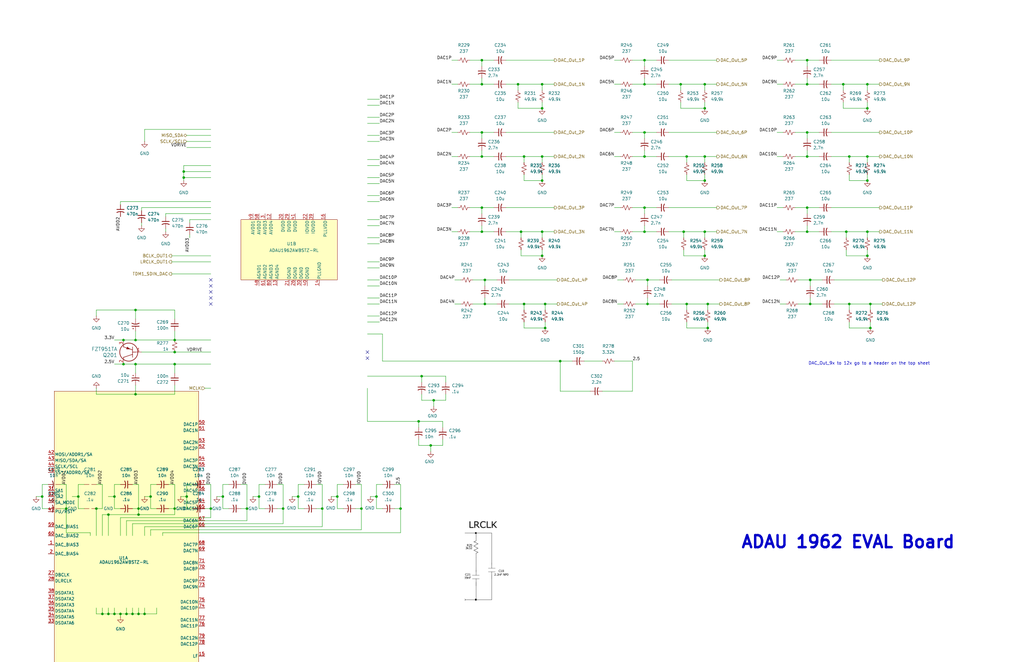
<source format=kicad_sch>
(kicad_sch (version 20250114) (generator "eeschema") (generator_version "9.0")
  (paper "B")
  (title_block (title "Transmit DACs") (date "2026-01-02") (rev "0.0") (company "Andy McCann KA3KAF and Doug McCann KA3KAG"))
  (text "DAC_Out_9x to 12x go to a header on the top sheet" (at 366.522 153.416 0) (effects (font (size 1.27 1.27))))
  (text "ADAU 1962 EVAL Board" (at 357.632 228.854 0) (effects (font (size 5.08 5.08) (thickness 1.016) (bold yes))))
  (junction (at 271.78 97.79))
  (junction (at 287.02 35.56))
  (junction (at 229.87 128.27))
  (junction (at 52.07 153.67))
  (junction (at 168.91 214.63))
  (junction (at 340.36 25.4))
  (junction (at 220.98 128.27))
  (junction (at 45.72 259.08))
  (junction (at 58.42 214.63))
  (junction (at 63.5 209.55))
  (junction (at 273.05 118.11))
  (junction (at 27.94 214.63))
  (junction (at 365.76 35.56))
  (junction (at 52.07 143.51))
  (junction (at 152.4 214.63))
  (junction (at 340.36 97.79))
  (junction (at 229.87 138.43))
  (junction (at 203.2 66.04))
  (junction (at 365.76 66.04))
  (junction (at 73.66 143.51))
  (junction (at 57.15 153.67))
  (junction (at 55.88 259.08))
  (junction (at 181.61 187.96))
  (junction (at 33.02 209.55))
  (junction (at 297.18 45.72))
  (junction (at 228.6 66.04))
  (junction (at 203.2 35.56))
  (junction (at 271.78 55.88))
  (junction (at 203.2 55.88))
  (junction (at 228.6 107.95))
  (junction (at 367.03 138.43))
  (junction (at 204.47 128.27))
  (junction (at 273.05 128.27))
  (junction (at 297.18 35.56))
  (junction (at 365.76 107.95))
  (junction (at 77.47 72.39))
  (junction (at 45.72 217.17))
  (junction (at 355.6 35.56))
  (junction (at 358.14 128.27))
  (junction (at 60.96 259.08))
  (junction (at 182.88 168.91))
  (junction (at 158.75 209.55))
  (junction (at 88.9 214.63))
  (junction (at 365.76 97.79))
  (junction (at 203.2 87.63))
  (junction (at 228.6 76.2))
  (junction (at 220.98 66.04))
  (junction (at 109.22 209.55))
  (junction (at 50.8 259.08))
  (junction (at 358.14 66.04))
  (junction (at 297.18 66.04))
  (junction (at 119.38 214.63))
  (junction (at 228.6 45.72))
  (junction (at 271.78 25.4))
  (junction (at 73.66 148.59))
  (junction (at 356.87 97.79))
  (junction (at 271.78 87.63))
  (junction (at 297.18 97.79))
  (junction (at 93.98 209.55))
  (junction (at 77.47 74.93))
  (junction (at 203.2 97.79))
  (junction (at 289.56 66.04))
  (junction (at 365.76 76.2))
  (junction (at 104.14 214.63))
  (junction (at 289.56 128.27))
  (junction (at 40.64 214.63))
  (junction (at 73.66 153.67))
  (junction (at 58.42 217.17))
  (junction (at 340.36 35.56))
  (junction (at 340.36 66.04))
  (junction (at 297.18 76.2))
  (junction (at 271.78 66.04))
  (junction (at 135.89 214.63))
  (junction (at 298.45 128.27))
  (junction (at 57.15 143.51))
  (junction (at 203.2 25.4))
  (junction (at 341.63 118.11))
  (junction (at 48.26 209.55))
  (junction (at 298.45 138.43))
  (junction (at 142.24 209.55))
  (junction (at 53.34 259.08))
  (junction (at 58.42 259.08))
  (junction (at 17.78 209.55))
  (junction (at 73.66 214.63))
  (junction (at 57.15 166.37))
  (junction (at 204.47 118.11))
  (junction (at 228.6 97.79))
  (junction (at 288.29 97.79))
  (junction (at 48.26 259.08))
  (junction (at 228.6 35.56))
  (junction (at 236.22 152.4))
  (junction (at 125.73 209.55))
  (junction (at 176.53 177.8))
  (junction (at 271.78 35.56))
  (junction (at 367.03 128.27))
  (junction (at 340.36 55.88))
  (junction (at 297.18 107.95))
  (junction (at 78.74 209.55))
  (junction (at 365.76 45.72))
  (junction (at 57.15 130.81))
  (junction (at 341.63 128.27))
  (junction (at 177.8 158.75))
  (junction (at 43.18 259.08))
  (junction (at 218.44 35.56))
  (junction (at 219.71 97.79))
  (junction (at 340.36 87.63))
  (no_connect (at 154.94 148.59))
  (no_connect (at 88.9 120.65))
  (no_connect (at 88.9 118.11))
  (no_connect (at 154.94 151.13))
  (no_connect (at 88.9 128.27))
  (no_connect (at 88.9 125.73))
  (no_connect (at 88.9 123.19))
  (wire (pts (xy 288.29 107.95) (xy 297.18 107.95)))
  (wire (pts (xy 335.28 25.4) (xy 340.36 25.4)))
  (wire (pts (xy 350.52 35.56) (xy 355.6 35.56)))
  (wire (pts (xy 48.26 256.54) (xy 48.26 259.08)))
  (wire (pts (xy 40.64 259.08) (xy 43.18 259.08)))
  (wire (pts (xy 156.21 209.55) (xy 158.75 209.55)))
  (wire (pts (xy 154.94 41.91) (xy 160.02 41.91)))
  (wire (pts (xy 78.74 59.69) (xy 88.9 59.69)))
  (wire (pts (xy 154.94 158.75) (xy 177.8 158.75)))
  (wire (pts (xy 358.14 66.04) (xy 365.76 66.04)))
  (wire (pts (xy 365.76 35.56) (xy 365.76 38.1)))
  (wire (pts (xy 66.04 204.47) (xy 63.5 204.47)))
  (wire (pts (xy 287.02 38.1) (xy 287.02 35.56)))
  (wire (pts (xy 213.36 97.79) (xy 219.71 97.79)))
  (wire (pts (xy 20.32 214.63) (xy 17.78 214.63)))
  (wire (pts (xy 287.02 43.18) (xy 287.02 45.72)))
  (wire (pts (xy 88.9 69.85) (xy 77.47 69.85)))
  (wire (pts (xy 289.56 68.58) (xy 289.56 66.04)))
  (wire (pts (xy 25.4 204.47) (xy 27.94 204.47)))
  (wire (pts (xy 78.74 214.63) (xy 78.74 209.55)))
  (wire (pts (xy 190.5 55.88) (xy 193.04 55.88)))
  (wire (pts (xy 259.08 87.63) (xy 261.62 87.63)))
  (wire (pts (xy 358.14 135.89) (xy 358.14 138.43)))
  (wire (pts (xy 271.78 25.4) (xy 271.78 27.94)))
  (wire (pts (xy 50.8 204.47) (xy 48.26 204.47)))
  (wire (pts (xy 186.69 177.8) (xy 176.53 177.8)))
  (wire (pts (xy 57.15 153.67) (xy 57.15 157.48)))
  (wire (pts (xy 335.28 55.88) (xy 340.36 55.88)))
  (wire (pts (xy 177.8 166.37) (xy 177.8 168.91)))
  (wire (pts (xy 77.47 69.85) (xy 77.47 72.39)))
  (wire (pts (xy 203.2 35.56) (xy 208.28 35.56)))
  (wire (pts (xy 220.98 76.2) (xy 228.6 76.2)))
  (wire (pts (xy 73.66 134.62) (xy 73.66 130.81)))
  (wire (pts (xy 35.56 214.63) (xy 33.02 214.63)))
  (wire (pts (xy 123.19 209.55) (xy 125.73 209.55)))
  (wire (pts (xy 336.55 118.11) (xy 341.63 118.11)))
  (wire (pts (xy 139.7 209.55) (xy 142.24 209.55)))
  (wire (pts (xy 271.78 87.63) (xy 276.86 87.63)))
  (wire (pts (xy 266.7 97.79) (xy 271.78 97.79)))
  (wire (pts (xy 281.94 97.79) (xy 288.29 97.79)))
  (wire (pts (xy 40.64 166.37) (xy 57.15 166.37)))
  (wire (pts (xy 40.64 133.35) (xy 40.64 130.81)))
  (wire (pts (xy 228.6 97.79) (xy 233.68 97.79)))
  (wire (pts (xy 219.71 107.95) (xy 228.6 107.95)))
  (wire (pts (xy 60.96 54.61) (xy 60.96 59.69)))
  (wire (pts (xy 154.94 74.93) (xy 160.02 74.93)))
  (wire (pts (xy 53.34 259.08) (xy 55.88 259.08)))
  (wire (pts (xy 154.94 57.15) (xy 160.02 57.15)))
  (wire (pts (xy 58.42 256.54) (xy 58.42 259.08)))
  (wire (pts (xy 198.12 25.4) (xy 203.2 25.4)))
  (wire (pts (xy 341.63 118.11) (xy 346.71 118.11)))
  (wire (pts (xy 260.35 118.11) (xy 262.89 118.11)))
  (wire (pts (xy 25.4 214.63) (xy 27.94 214.63)))
  (wire (pts (xy 17.78 214.63) (xy 17.78 209.55)))
  (wire (pts (xy 96.52 214.63) (xy 93.98 214.63)))
  (wire (pts (xy 88.9 74.93) (xy 77.47 74.93)))
  (wire (pts (xy 190.5 25.4) (xy 193.04 25.4)))
  (wire (pts (xy 63.5 223.52) (xy 63.5 226.06)))
  (wire (pts (xy 228.6 35.56) (xy 228.6 38.1)))
  (wire (pts (xy 166.37 214.63) (xy 168.91 214.63)))
  (wire (pts (xy 161.29 204.47) (xy 158.75 204.47)))
  (wire (pts (xy 203.2 25.4) (xy 203.2 27.94)))
  (wire (pts (xy 281.94 66.04) (xy 289.56 66.04)))
  (wire (pts (xy 73.66 153.67) (xy 88.9 153.67)))
  (wire (pts (xy 186.69 187.96) (xy 181.61 187.96)))
  (wire (pts (xy 45.72 256.54) (xy 45.72 259.08)))
  (wire (pts (xy 266.7 152.4) (xy 259.08 152.4)))
  (wire (pts (xy 76.2 209.55) (xy 78.74 209.55)))
  (wire (pts (xy 355.6 43.18) (xy 355.6 45.72)))
  (wire (pts (xy 135.89 222.25) (xy 135.89 214.63)))
  (wire (pts (xy 48.26 153.67) (xy 52.07 153.67)))
  (wire (pts (xy 52.07 153.67) (xy 57.15 153.67)))
  (wire (pts (xy 45.72 209.55) (xy 48.26 209.55)))
  (wire (pts (xy 356.87 105.41) (xy 356.87 107.95)))
  (wire (pts (xy 214.63 118.11) (xy 234.95 118.11)))
  (wire (pts (xy 289.56 66.04) (xy 297.18 66.04)))
  (wire (pts (xy 77.47 74.93) (xy 77.47 76.2)))
  (wire (pts (xy 297.18 73.66) (xy 297.18 76.2)))
  (wire (pts (xy 271.78 66.04) (xy 276.86 66.04)))
  (wire (pts (xy 191.77 128.27) (xy 194.31 128.27)))
  (wire (pts (xy 66.04 214.63) (xy 63.5 214.63)))
  (wire (pts (xy 199.39 118.11) (xy 204.47 118.11)))
  (wire (pts (xy 59.69 148.59) (xy 73.66 148.59)))
  (wire (pts (xy 198.12 66.04) (xy 203.2 66.04)))
  (wire (pts (xy 109.22 204.47) (xy 109.22 209.55)))
  (wire (pts (xy 78.74 62.23) (xy 88.9 62.23)))
  (wire (pts (xy 298.45 128.27) (xy 303.53 128.27)))
  (wire (pts (xy 158.75 209.55) (xy 158.75 204.47)))
  (wire (pts (xy 203.2 97.79) (xy 208.28 97.79)))
  (wire (pts (xy 154.94 59.69) (xy 160.02 59.69)))
  (wire (pts (xy 71.12 204.47) (xy 73.66 204.47)))
  (wire (pts (xy 203.2 25.4) (xy 208.28 25.4)))
  (wire (pts (xy 328.93 118.11) (xy 331.47 118.11)))
  (wire (pts (xy 341.63 128.27) (xy 346.71 128.27)))
  (wire (pts (xy 53.34 219.71) (xy 104.14 219.71)))
  (wire (pts (xy 88.9 85.09) (xy 50.8 85.09)))
  (wire (pts (xy 154.94 69.85) (xy 160.02 69.85)))
  (wire (pts (xy 71.12 214.63) (xy 73.66 214.63)))
  (wire (pts (xy 40.64 256.54) (xy 40.64 259.08)))
  (wire (pts (xy 96.52 204.47) (xy 93.98 204.47)))
  (wire (pts (xy 365.76 97.79) (xy 370.84 97.79)))
  (wire (pts (xy 43.18 204.47) (xy 43.18 214.63)))
  (wire (pts (xy 73.66 148.59) (xy 88.9 148.59)))
  (wire (pts (xy 203.2 87.63) (xy 203.2 90.17)))
  (wire (pts (xy 154.94 85.09) (xy 160.02 85.09)))
  (wire (pts (xy 204.47 118.11) (xy 204.47 120.65)))
  (wire (pts (xy 27.94 224.79) (xy 27.94 214.63)))
  (wire (pts (xy 40.64 130.81) (xy 57.15 130.81)))
  (wire (pts (xy 72.39 107.95) (xy 88.9 107.95)))
  (wire (pts (xy 55.88 259.08) (xy 58.42 259.08)))
  (wire (pts (xy 228.6 73.66) (xy 228.6 76.2)))
  (wire (pts (xy 133.35 214.63) (xy 135.89 214.63)))
  (wire (pts (xy 199.39 128.27) (xy 204.47 128.27)))
  (wire (pts (xy 73.66 130.81) (xy 57.15 130.81)))
  (wire (pts (xy 327.66 35.56) (xy 330.2 35.56)))
  (wire (pts (xy 35.56 204.47) (xy 33.02 204.47)))
  (wire (pts (xy 50.8 85.09) (xy 50.8 86.36)))
  (wire (pts (xy 161.29 152.4) (xy 236.22 152.4)))
  (wire (pts (xy 60.96 209.55) (xy 63.5 209.55)))
  (wire (pts (xy 186.69 185.42) (xy 186.69 187.96)))
  (wire (pts (xy 248.92 165.1) (xy 236.22 165.1)))
  (wire (pts (xy 340.36 87.63) (xy 340.36 90.17)))
  (wire (pts (xy 158.75 214.63) (xy 158.75 209.55)))
  (wire (pts (xy 365.76 105.41) (xy 365.76 107.95)))
  (wire (pts (xy 181.61 190.5) (xy 181.61 187.96)))
  (wire (pts (xy 20.32 204.47) (xy 17.78 204.47)))
  (wire (pts (xy 203.2 97.79) (xy 203.2 95.25)))
  (wire (pts (xy 88.9 214.63) (xy 88.9 218.44)))
  (wire (pts (xy 142.24 209.55) (xy 142.24 204.47)))
  (wire (pts (xy 287.02 45.72) (xy 297.18 45.72)))
  (wire (pts (xy 161.29 214.63) (xy 158.75 214.63)))
  (wire (pts (xy 68.58 224.79) (xy 168.91 224.79)))
  (wire (pts (xy 50.8 226.06) (xy 50.8 218.44)))
  (wire (pts (xy 219.71 100.33) (xy 219.71 97.79)))
  (wire (pts (xy 17.78 209.55) (xy 17.78 204.47)))
  (wire (pts (xy 220.98 66.04) (xy 228.6 66.04)))
  (wire (pts (xy 58.42 217.17) (xy 58.42 214.63)))
  (wire (pts (xy 40.64 204.47) (xy 43.18 204.47)))
  (wire (pts (xy 154.94 140.97) (xy 161.29 140.97)))
  (wire (pts (xy 161.29 140.97) (xy 161.29 152.4)))
  (wire (pts (xy 60.96 256.54) (xy 60.96 259.08)))
  (wire (pts (xy 187.96 158.75) (xy 177.8 158.75)))
  (wire (pts (xy 45.72 259.08) (xy 48.26 259.08)))
  (wire (pts (xy 267.97 128.27) (xy 273.05 128.27)))
  (wire (pts (xy 116.84 214.63) (xy 119.38 214.63)))
  (wire (pts (xy 91.44 209.55) (xy 93.98 209.55)))
  (wire (pts (xy 350.52 55.88) (xy 370.84 55.88)))
  (wire (pts (xy 281.94 25.4) (xy 302.26 25.4)))
  (wire (pts (xy 154.94 128.27) (xy 160.02 128.27)))
  (wire (pts (xy 88.9 54.61) (xy 60.96 54.61)))
  (wire (pts (xy 327.66 25.4) (xy 330.2 25.4)))
  (wire (pts (xy 111.76 204.47) (xy 109.22 204.47)))
  (wire (pts (xy 198.12 55.88) (xy 203.2 55.88)))
  (wire (pts (xy 104.14 214.63) (xy 104.14 219.71)))
  (wire (pts (xy 72.39 115.57) (xy 88.9 115.57)))
  (wire (pts (xy 273.05 118.11) (xy 273.05 120.65)))
  (wire (pts (xy 271.78 25.4) (xy 276.86 25.4)))
  (wire (pts (xy 101.6 204.47) (xy 104.14 204.47)))
  (wire (pts (xy 58.42 204.47) (xy 58.42 214.63)))
  (wire (pts (xy 350.52 25.4) (xy 370.84 25.4)))
  (wire (pts (xy 288.29 100.33) (xy 288.29 97.79)))
  (wire (pts (xy 228.6 66.04) (xy 233.68 66.04)))
  (wire (pts (xy 266.7 25.4) (xy 271.78 25.4)))
  (wire (pts (xy 204.47 128.27) (xy 209.55 128.27)))
  (wire (pts (xy 154.94 77.47) (xy 160.02 77.47)))
  (wire (pts (xy 88.9 92.71) (xy 80.01 92.71)))
  (wire (pts (xy 63.5 209.55) (xy 63.5 204.47)))
  (wire (pts (xy 168.91 224.79) (xy 168.91 214.63)))
  (wire (pts (xy 154.94 135.89) (xy 160.02 135.89)))
  (wire (pts (xy 154.94 177.8) (xy 176.53 177.8)))
  (wire (pts (xy 154.94 113.03) (xy 160.02 113.03)))
  (wire (pts (xy 358.14 128.27) (xy 367.03 128.27)))
  (wire (pts (xy 154.94 82.55) (xy 160.02 82.55)))
  (wire (pts (xy 289.56 73.66) (xy 289.56 76.2)))
  (wire (pts (xy 254 152.4) (xy 246.38 152.4)))
  (wire (pts (xy 86.36 204.47) (xy 88.9 204.47)))
  (wire (pts (xy 335.28 35.56) (xy 340.36 35.56)))
  (wire (pts (xy 341.63 128.27) (xy 341.63 125.73)))
  (wire (pts (xy 271.78 97.79) (xy 271.78 95.25)))
  (wire (pts (xy 58.42 259.08) (xy 60.96 259.08)))
  (wire (pts (xy 190.5 87.63) (xy 193.04 87.63)))
  (wire (pts (xy 55.88 220.98) (xy 119.38 220.98)))
  (wire (pts (xy 53.34 256.54) (xy 53.34 259.08)))
  (wire (pts (xy 55.88 214.63) (xy 58.42 214.63)))
  (wire (pts (xy 154.94 49.53) (xy 160.02 49.53)))
  (wire (pts (xy 340.36 97.79) (xy 340.36 95.25)))
  (wire (pts (xy 340.36 66.04) (xy 345.44 66.04)))
  (wire (pts (xy 168.91 214.63) (xy 168.91 204.47)))
  (wire (pts (xy 355.6 45.72) (xy 365.76 45.72)))
  (wire (pts (xy 289.56 130.81) (xy 289.56 128.27)))
  (wire (pts (xy 48.26 209.55) (xy 48.26 204.47)))
  (wire (pts (xy 154.94 95.25) (xy 160.02 95.25)))
  (wire (pts (xy 358.14 68.58) (xy 358.14 66.04)))
  (wire (pts (xy 350.52 97.79) (xy 356.87 97.79)))
  (wire (pts (xy 340.36 97.79) (xy 345.44 97.79)))
  (wire (pts (xy 288.29 97.79) (xy 297.18 97.79)))
  (wire (pts (xy 81.28 204.47) (xy 78.74 204.47)))
  (wire (pts (xy 135.89 214.63) (xy 135.89 204.47)))
  (wire (pts (xy 281.94 55.88) (xy 302.26 55.88)))
  (wire (pts (xy 182.88 171.45) (xy 182.88 168.91)))
  (wire (pts (xy 43.18 259.08) (xy 45.72 259.08)))
  (wire (pts (xy 220.98 128.27) (xy 229.87 128.27)))
  (wire (pts (xy 289.56 138.43) (xy 298.45 138.43)))
  (wire (pts (xy 176.53 180.34) (xy 176.53 177.8)))
  (wire (pts (xy 283.21 128.27) (xy 289.56 128.27)))
  (wire (pts (xy 204.47 118.11) (xy 209.55 118.11)))
  (wire (pts (xy 33.02 214.63) (xy 33.02 209.55)))
  (wire (pts (xy 298.45 135.89) (xy 298.45 138.43)))
  (wire (pts (xy 287.02 35.56) (xy 297.18 35.56)))
  (wire (pts (xy 203.2 55.88) (xy 208.28 55.88)))
  (wire (pts (xy 340.36 55.88) (xy 340.36 58.42)))
  (wire (pts (xy 228.6 66.04) (xy 228.6 68.58)))
  (wire (pts (xy 88.9 214.63) (xy 88.9 204.47)))
  (wire (pts (xy 335.28 97.79) (xy 340.36 97.79)))
  (wire (pts (xy 15.24 209.55) (xy 17.78 209.55)))
  (wire (pts (xy 55.88 204.47) (xy 58.42 204.47)))
  (wire (pts (xy 228.6 35.56) (xy 233.68 35.56)))
  (wire (pts (xy 43.18 256.54) (xy 43.18 259.08)))
  (wire (pts (xy 27.94 204.47) (xy 27.94 214.63)))
  (wire (pts (xy 187.96 166.37) (xy 187.96 168.91)))
  (wire (pts (xy 365.76 35.56) (xy 370.84 35.56)))
  (wire (pts (xy 356.87 100.33) (xy 356.87 97.79)))
  (wire (pts (xy 328.93 128.27) (xy 331.47 128.27)))
  (wire (pts (xy 219.71 97.79) (xy 228.6 97.79)))
  (wire (pts (xy 273.05 128.27) (xy 273.05 125.73)))
  (wire (pts (xy 229.87 128.27) (xy 234.95 128.27)))
  (wire (pts (xy 73.66 143.51) (xy 88.9 143.51)))
  (wire (pts (xy 289.56 135.89) (xy 289.56 138.43)))
  (wire (pts (xy 335.28 87.63) (xy 340.36 87.63)))
  (wire (pts (xy 228.6 97.79) (xy 228.6 100.33)))
  (wire (pts (xy 177.8 161.29) (xy 177.8 158.75)))
  (wire (pts (xy 203.2 35.56) (xy 203.2 33.02)))
  (wire (pts (xy 187.96 168.91) (xy 182.88 168.91)))
  (wire (pts (xy 48.26 259.08) (xy 50.8 259.08)))
  (wire (pts (xy 152.4 214.63) (xy 152.4 204.47)))
  (wire (pts (xy 273.05 118.11) (xy 278.13 118.11)))
  (wire (pts (xy 69.85 90.17) (xy 69.85 91.44)))
  (wire (pts (xy 254 165.1) (xy 266.7 165.1)))
  (wire (pts (xy 191.77 118.11) (xy 194.31 118.11)))
  (wire (pts (xy 266.7 55.88) (xy 271.78 55.88)))
  (wire (pts (xy 365.76 66.04) (xy 365.76 68.58)))
  (wire (pts (xy 154.94 118.11) (xy 160.02 118.11)))
  (wire (pts (xy 271.78 35.56) (xy 276.86 35.56)))
  (wire (pts (xy 50.8 214.63) (xy 48.26 214.63)))
  (wire (pts (xy 259.08 66.04) (xy 261.62 66.04)))
  (wire (pts (xy 154.94 102.87) (xy 160.02 102.87)))
  (wire (pts (xy 154.94 100.33) (xy 160.02 100.33)))
  (wire (pts (xy 69.85 96.52) (xy 69.85 97.79)))
  (wire (pts (xy 289.56 128.27) (xy 298.45 128.27)))
  (wire (pts (xy 57.15 166.37) (xy 57.15 162.56)))
  (wire (pts (xy 78.74 57.15) (xy 88.9 57.15)))
  (wire (pts (xy 43.18 217.17) (xy 45.72 217.17)))
  (wire (pts (xy 358.14 73.66) (xy 358.14 76.2)))
  (wire (pts (xy 288.29 105.41) (xy 288.29 107.95)))
  (wire (pts (xy 289.56 76.2) (xy 297.18 76.2)))
  (wire (pts (xy 176.53 185.42) (xy 176.53 187.96)))
  (wire (pts (xy 203.2 66.04) (xy 203.2 63.5)))
  (wire (pts (xy 104.14 214.63) (xy 104.14 204.47)))
  (wire (pts (xy 266.7 35.56) (xy 271.78 35.56)))
  (wire (pts (xy 52.07 143.51) (xy 57.15 143.51)))
  (wire (pts (xy 40.64 163.83) (xy 40.64 166.37)))
  (wire (pts (xy 271.78 55.88) (xy 271.78 58.42)))
  (wire (pts (xy 198.12 97.79) (xy 203.2 97.79)))
  (wire (pts (xy 55.88 226.06) (xy 55.88 220.98)))
  (wire (pts (xy 154.94 67.31) (xy 160.02 67.31)))
  (wire (pts (xy 271.78 35.56) (xy 271.78 33.02)))
  (wire (pts (xy 59.69 93.98) (xy 59.69 95.25)))
  (wire (pts (xy 33.02 209.55) (xy 33.02 204.47)))
  (wire (pts (xy 213.36 25.4) (xy 233.68 25.4)))
  (wire (pts (xy 116.84 204.47) (xy 119.38 204.47)))
  (wire (pts (xy 213.36 87.63) (xy 233.68 87.63)))
  (wire (pts (xy 203.2 66.04) (xy 208.28 66.04)))
  (wire (pts (xy 186.69 180.34) (xy 186.69 177.8)))
  (wire (pts (xy 297.18 97.79) (xy 302.26 97.79)))
  (wire (pts (xy 109.22 209.55) (xy 109.22 214.63)))
  (wire (pts (xy 297.18 35.56) (xy 302.26 35.56)))
  (wire (pts (xy 213.36 35.56) (xy 218.44 35.56)))
  (wire (pts (xy 38.1 226.06) (xy 38.1 224.79)))
  (wire (pts (xy 220.98 130.81) (xy 220.98 128.27)))
  (wire (pts (xy 55.88 256.54) (xy 55.88 259.08)))
  (wire (pts (xy 57.15 143.51) (xy 73.66 143.51)))
  (wire (pts (xy 152.4 223.52) (xy 152.4 214.63)))
  (wire (pts (xy 119.38 220.98) (xy 119.38 214.63)))
  (wire (pts (xy 358.14 76.2) (xy 365.76 76.2)))
  (wire (pts (xy 198.12 35.56) (xy 203.2 35.56)))
  (wire (pts (xy 125.73 209.55) (xy 125.73 204.47)))
  (wire (pts (xy 259.08 35.56) (xy 261.62 35.56)))
  (wire (pts (xy 298.45 128.27) (xy 298.45 130.81)))
  (wire (pts (xy 73.66 162.56) (xy 73.66 166.37)))
  (wire (pts (xy 50.8 218.44) (xy 88.9 218.44)))
  (wire (pts (xy 190.5 97.79) (xy 193.04 97.79)))
  (wire (pts (xy 340.36 55.88) (xy 345.44 55.88)))
  (wire (pts (xy 203.2 55.88) (xy 203.2 58.42)))
  (wire (pts (xy 154.94 110.49) (xy 160.02 110.49)))
  (wire (pts (xy 259.08 25.4) (xy 261.62 25.4)))
  (wire (pts (xy 40.64 226.06) (xy 40.64 214.63)))
  (wire (pts (xy 267.97 118.11) (xy 273.05 118.11)))
  (wire (pts (xy 86.36 214.63) (xy 88.9 214.63)))
  (wire (pts (xy 297.18 97.79) (xy 297.18 100.33)))
  (wire (pts (xy 340.36 35.56) (xy 345.44 35.56)))
  (wire (pts (xy 80.01 99.06) (xy 80.01 100.33)))
  (wire (pts (xy 66.04 259.08) (xy 66.04 256.54)))
  (wire (pts (xy 133.35 204.47) (xy 135.89 204.47)))
  (wire (pts (xy 142.24 214.63) (xy 142.24 209.55)))
  (wire (pts (xy 59.69 87.63) (xy 88.9 87.63)))
  (wire (pts (xy 128.27 214.63) (xy 125.73 214.63)))
  (wire (pts (xy 213.36 55.88) (xy 233.68 55.88)))
  (wire (pts (xy 350.52 66.04) (xy 358.14 66.04)))
  (wire (pts (xy 214.63 128.27) (xy 220.98 128.27)))
  (wire (pts (xy 228.6 43.18) (xy 228.6 45.72)))
  (wire (pts (xy 351.79 118.11) (xy 372.11 118.11)))
  (wire (pts (xy 53.34 226.06) (xy 53.34 219.71)))
  (wire (pts (xy 218.44 38.1) (xy 218.44 35.56)))
  (wire (pts (xy 356.87 97.79) (xy 365.76 97.79)))
  (wire (pts (xy 101.6 214.63) (xy 104.14 214.63)))
  (wire (pts (xy 111.76 214.63) (xy 109.22 214.63)))
  (wire (pts (xy 273.05 128.27) (xy 278.13 128.27)))
  (wire (pts (xy 106.68 209.55) (xy 109.22 209.55)))
  (wire (pts (xy 198.12 87.63) (xy 203.2 87.63)))
  (wire (pts (xy 48.26 143.51) (xy 52.07 143.51)))
  (wire (pts (xy 341.63 118.11) (xy 341.63 120.65)))
  (wire (pts (xy 154.94 125.73) (xy 160.02 125.73)))
  (wire (pts (xy 297.18 66.04) (xy 297.18 68.58)))
  (wire (pts (xy 283.21 118.11) (xy 303.53 118.11)))
  (wire (pts (xy 154.94 44.45) (xy 160.02 44.45)))
  (wire (pts (xy 154.94 52.07) (xy 160.02 52.07)))
  (wire (pts (xy 50.8 259.08) (xy 53.34 259.08)))
  (wire (pts (xy 340.36 25.4) (xy 340.36 27.94)))
  (wire (pts (xy 119.38 204.47) (xy 119.38 214.63)))
  (wire (pts (xy 271.78 87.63) (xy 271.78 90.17)))
  (wire (pts (xy 77.47 72.39) (xy 77.47 74.93)))
  (wire (pts (xy 190.5 35.56) (xy 193.04 35.56)))
  (wire (pts (xy 367.03 128.27) (xy 372.11 128.27)))
  (wire (pts (xy 236.22 152.4) (xy 236.22 165.1)))
  (wire (pts (xy 60.96 226.06) (xy 60.96 222.25)))
  (wire (pts (xy 63.5 223.52) (xy 152.4 223.52)))
  (wire (pts (xy 340.36 25.4) (xy 345.44 25.4)))
  (wire (pts (xy 144.78 214.63) (xy 142.24 214.63)))
  (wire (pts (xy 73.66 214.63) (xy 73.66 204.47)))
  (wire (pts (xy 93.98 209.55) (xy 93.98 204.47)))
  (wire (pts (xy 149.86 214.63) (xy 152.4 214.63)))
  (wire (pts (xy 48.26 214.63) (xy 48.26 209.55)))
  (wire (pts (xy 182.88 168.91) (xy 177.8 168.91)))
  (wire (pts (xy 218.44 45.72) (xy 228.6 45.72)))
  (wire (pts (xy 228.6 105.41) (xy 228.6 107.95)))
  (wire (pts (xy 260.35 128.27) (xy 262.89 128.27)))
  (wire (pts (xy 218.44 35.56) (xy 228.6 35.56)))
  (wire (pts (xy 57.15 130.81) (xy 57.15 134.62)))
  (wire (pts (xy 229.87 135.89) (xy 229.87 138.43)))
  (wire (pts (xy 93.98 214.63) (xy 93.98 209.55)))
  (wire (pts (xy 43.18 226.06) (xy 43.18 217.17)))
  (wire (pts (xy 271.78 66.04) (xy 271.78 63.5)))
  (wire (pts (xy 365.76 66.04) (xy 370.84 66.04)))
  (wire (pts (xy 367.03 128.27) (xy 367.03 130.81)))
  (wire (pts (xy 80.01 92.71) (xy 80.01 93.98)))
  (wire (pts (xy 358.14 130.81) (xy 358.14 128.27)))
  (wire (pts (xy 57.15 153.67) (xy 73.66 153.67)))
  (wire (pts (xy 73.66 166.37) (xy 57.15 166.37)))
  (wire (pts (xy 125.73 214.63) (xy 125.73 209.55)))
  (wire (pts (xy 236.22 152.4) (xy 241.3 152.4)))
  (wire (pts (xy 365.76 73.66) (xy 365.76 76.2)))
  (wire (pts (xy 355.6 38.1) (xy 355.6 35.56)))
  (wire (pts (xy 77.47 72.39) (xy 88.9 72.39)))
  (wire (pts (xy 220.98 135.89) (xy 220.98 138.43)))
  (wire (pts (xy 365.76 97.79) (xy 365.76 100.33)))
  (wire (pts (xy 259.08 97.79) (xy 261.62 97.79)))
  (wire (pts (xy 335.28 66.04) (xy 340.36 66.04)))
  (wire (pts (xy 181.61 187.96) (xy 176.53 187.96)))
  (wire (pts (xy 57.15 139.7) (xy 57.15 143.51)))
  (wire (pts (xy 45.72 217.17) (xy 58.42 217.17)))
  (wire (pts (xy 40.64 214.63) (xy 43.18 214.63)))
  (wire (pts (xy 45.72 226.06) (xy 45.72 217.17)))
  (wire (pts (xy 88.9 90.17) (xy 69.85 90.17)))
  (wire (pts (xy 166.37 204.47) (xy 168.91 204.47)))
  (wire (pts (xy 213.36 66.04) (xy 220.98 66.04)))
  (wire (pts (xy 336.55 128.27) (xy 341.63 128.27)))
  (wire (pts (xy 229.87 128.27) (xy 229.87 130.81)))
  (wire (pts (xy 281.94 87.63) (xy 302.26 87.63)))
  (wire (pts (xy 271.78 97.79) (xy 276.86 97.79)))
  (wire (pts (xy 297.18 66.04) (xy 302.26 66.04)))
  (wire (pts (xy 63.5 214.63) (xy 63.5 209.55)))
  (wire (pts (xy 59.69 88.9) (xy 59.69 87.63)))
  (wire (pts (xy 266.7 165.1) (xy 266.7 152.4)))
  (wire (pts (xy 350.52 87.63) (xy 370.84 87.63)))
  (wire (pts (xy 220.98 68.58) (xy 220.98 66.04)))
  (wire (pts (xy 355.6 35.56) (xy 365.76 35.56)))
  (wire (pts (xy 128.27 204.47) (xy 125.73 204.47)))
  (wire (pts (xy 218.44 43.18) (xy 218.44 45.72)))
  (wire (pts (xy 203.2 87.63) (xy 208.28 87.63)))
  (wire (pts (xy 190.5 66.04) (xy 193.04 66.04)))
  (wire (pts (xy 327.66 87.63) (xy 330.2 87.63)))
  (wire (pts (xy 81.28 214.63) (xy 78.74 214.63)))
  (wire (pts (xy 154.94 133.35) (xy 160.02 133.35)))
  (wire (pts (xy 50.8 259.08) (xy 50.8 260.35)))
  (wire (pts (xy 340.36 66.04) (xy 340.36 63.5)))
  (wire (pts (xy 154.94 120.65) (xy 160.02 120.65)))
  (wire (pts (xy 297.18 105.41) (xy 297.18 107.95)))
  (wire (pts (xy 72.39 110.49) (xy 88.9 110.49)))
  (wire (pts (xy 73.66 139.7) (xy 73.66 143.51)))
  (wire (pts (xy 149.86 204.47) (xy 152.4 204.47)))
  (wire (pts (xy 297.18 43.18) (xy 297.18 45.72)))
  (wire (pts (xy 259.08 55.88) (xy 261.62 55.88)))
  (wire (pts (xy 220.98 138.43) (xy 229.87 138.43)))
  (wire (pts (xy 327.66 97.79) (xy 330.2 97.79)))
  (wire (pts (xy 351.79 128.27) (xy 358.14 128.27)))
  (wire (pts (xy 154.94 163.83) (xy 154.94 177.8)))
  (wire (pts (xy 356.87 107.95) (xy 365.76 107.95)))
  (wire (pts (xy 38.1 224.79) (xy 27.94 224.79)))
  (wire (pts (xy 327.66 55.88) (xy 330.2 55.88)))
  (wire (pts (xy 340.36 35.56) (xy 340.36 33.02)))
  (wire (pts (xy 266.7 66.04) (xy 271.78 66.04)))
  (wire (pts (xy 30.48 209.55) (xy 33.02 209.55)))
  (wire (pts (xy 297.18 35.56) (xy 297.18 38.1)))
  (wire (pts (xy 340.36 87.63) (xy 345.44 87.63)))
  (wire (pts (xy 73.66 153.67) (xy 73.66 157.48)))
  (wire (pts (xy 266.7 87.63) (xy 271.78 87.63)))
  (wire (pts (xy 58.42 217.17) (xy 73.66 217.17)))
  (wire (pts (xy 271.78 55.88) (xy 276.86 55.88)))
  (wire (pts (xy 154.94 92.71) (xy 160.02 92.71)))
  (wire (pts (xy 60.96 259.08) (xy 66.04 259.08)))
  (wire (pts (xy 358.14 138.43) (xy 367.03 138.43)))
  (wire (pts (xy 367.03 135.89) (xy 367.03 138.43)))
  (wire (pts (xy 60.96 222.25) (xy 135.89 222.25)))
  (wire (pts (xy 187.96 161.29) (xy 187.96 158.75)))
  (wire (pts (xy 281.94 35.56) (xy 287.02 35.56)))
  (wire (pts (xy 144.78 204.47) (xy 142.24 204.47)))
  (wire (pts (xy 219.71 105.41) (xy 219.71 107.95)))
  (wire (pts (xy 86.36 163.83) (xy 88.9 163.83)))
  (wire (pts (xy 204.47 128.27) (xy 204.47 125.73)))
  (wire (pts (xy 73.66 217.17) (xy 73.66 214.63)))
  (wire (pts (xy 68.58 226.06) (xy 68.58 224.79)))
  (wire (pts (xy 220.98 73.66) (xy 220.98 76.2)))
  (wire (pts (xy 327.66 66.04) (xy 330.2 66.04)))
  (wire (pts (xy 365.76 43.18) (xy 365.76 45.72)))
  (wire (pts (xy 78.74 209.55) (xy 78.74 204.47)))
  (image (at 205.74 238.76))
  (label "DAC11P" (at 160.02 125.73 0))
  (label "DAC2P" (at 190.5 55.88 180))
  (label "DAC12P" (at 328.93 118.11 180))
  (label "DAC8P" (at 160.02 100.33 0))
  (label "DAC3P" (at 190.5 87.63 180))
  (label "DAC9P" (at 160.02 110.49 0))
  (label "AVDD2" (at 50.8 91.44 270))
  (label "DAC1P" (at 190.5 25.4 180))
  (label "DAC12N" (at 328.93 128.27 180))
  (label "2.5" (at 266.7 152.4 0))
  (label "DAC8N" (at 160.02 102.87 0))
  (label "AVDD3" (at 80.01 100.33 270))
  (label "DVDD" (at 88.9 204.47 90))
  (label "DAC2P" (at 160.02 49.53 0))
  (label "DAC11N" (at 160.02 128.27 0))
  (label "DAC2N" (at 160.02 52.07 0))
  (label "DAC11P" (at 327.66 87.63 180))
  (label "DAC3P" (at 160.02 57.15 0))
  (label "DAC9N" (at 160.02 113.03 0))
  (label "DAC7P" (at 259.08 87.63 180))
  (label "DAC4N" (at 160.02 69.85 0))
  (label "DAC1P" (at 160.02 41.91 0))
  (label "AVDD4" (at 73.66 204.47 90))
  (label "DAC10N" (at 327.66 66.04 180))
  (label "AVDD1" (at 27.94 204.47 90))
  (label "DAC6N" (at 160.02 85.09 0))
  (label "DAC5N" (at 160.02 77.47 0))
  (label "DAC5P" (at 259.08 25.4 180))
  (label "DAC1N" (at 160.02 44.45 0))
  (label "IOVDD" (at 152.4 204.47 90))
  (label "IOVDD" (at 135.89 204.47 90))
  (label "DAC9P" (at 327.66 25.4 180))
  (label "DVDD" (at 104.14 204.47 90))
  (label "VDRIVE" (at 78.74 62.23 180))
  (label "DAC10N" (at 160.02 120.65 0))
  (label "DAC10P" (at 160.02 118.11 0))
  (label "DAC7N" (at 160.02 95.25 0))
  (label "AVDD3" (at 58.42 204.47 90))
  (label "VDRIVE" (at 78.74 148.59 0))
  (label "DAC5P" (at 160.02 74.93 0))
  (label "3.3V" (at 48.26 143.51 180))
  (label "DAC4N" (at 191.77 128.27 180))
  (label "DAC6N" (at 259.08 66.04 180))
  (label "DAC6P" (at 259.08 55.88 180))
  (label "DVDD" (at 119.38 204.47 90))
  (label "DAC4P" (at 160.02 67.31 0))
  (label "DAC12N" (at 160.02 135.89 0))
  (label "DAC3N" (at 160.02 59.69 0))
  (label "DAC1N" (at 190.5 35.56 180))
  (label "DAC8N" (at 260.35 128.27 180))
  (label "DAC7N" (at 259.08 97.79 180))
  (label "AVDD2" (at 43.18 204.47 90))
  (label "DAC6P" (at 160.02 82.55 0))
  (label "DAC2N" (at 190.5 66.04 180))
  (label "DAC4P" (at 191.77 118.11 180))
  (label "2.5" (at 168.91 204.47 90))
  (label "2.5V" (at 48.26 153.67 180))
  (label "DAC9N" (at 327.66 35.56 180))
  (label "DAC5N" (at 259.08 35.56 180))
  (label "DAC8P" (at 260.35 118.11 180))
  (label "DAC10P" (at 327.66 55.88 180))
  (label "DAC11N" (at 327.66 97.79 180))
  (label "DAC12P" (at 160.02 133.35 0))
  (label "DAC7P" (at 160.02 92.71 0))
  (label "DAC3N" (at 190.5 97.79 180))
  (hierarchical_label "DAC_Out_12P" (shape output) (at 372.11 118.11 0))
  (hierarchical_label "DAC_Out_1N" (shape output) (at 233.68 35.56 0))
  (hierarchical_label "MCLK" (shape input) (at 86.36 163.83 180))
  (hierarchical_label "DAC_Out_1P" (shape output) (at 233.68 25.4 0))
  (hierarchical_label "MISO_SDA" (shape bidirectional) (at 78.74 57.15 180))
  (hierarchical_label "DAC_Out_12P" (shape output) (at 372.11 128.27 0))
  (hierarchical_label "LRCLK_OUT1" (shape output) (at 72.39 110.49 180))
  (hierarchical_label "SCLK{slash}SCL" (shape input) (at 78.74 59.69 180))
  (hierarchical_label "DAC_Out_10N" (shape output) (at 370.84 66.04 0))
  (hierarchical_label "DAC_Out_11N" (shape output) (at 370.84 97.79 0))
  (hierarchical_label "DAC_Out_7N" (shape output) (at 302.26 97.79 0))
  (hierarchical_label "BCLK_OUT1" (shape output) (at 72.39 107.95 180))
  (hierarchical_label "DAC_Out_5P" (shape output) (at 302.26 25.4 0))
  (hierarchical_label "DAC_Out_3N" (shape output) (at 233.68 97.79 0))
  (hierarchical_label "DAC_Out_8P" (shape output) (at 303.53 128.27 0))
  (hierarchical_label "DAC_Out_3P" (shape output) (at 233.68 87.63 0))
  (hierarchical_label "TDM1_SDIN_DAC" (shape output) (at 72.39 115.57 180))
  (hierarchical_label "DAC_Out_10P" (shape output) (at 370.84 55.88 0))
  (hierarchical_label "DAC_Out_11P" (shape output) (at 370.84 87.63 0))
  (hierarchical_label "DAC_Out_4P" (shape output) (at 234.95 128.27 0))
  (hierarchical_label "DAC_Out_2P" (shape output) (at 233.68 55.88 0))
  (hierarchical_label "DAC_Out_8P" (shape output) (at 303.53 118.11 0))
  (hierarchical_label "DAC_Out_2N" (shape output) (at 233.68 66.04 0))
  (hierarchical_label "DAC_Out_6N" (shape output) (at 302.26 66.04 0))
  (hierarchical_label "DAC_Out_6P" (shape output) (at 302.26 55.88 0))
  (hierarchical_label "DAC_Out_9P" (shape output) (at 370.84 25.4 0))
  (hierarchical_label "DAC_Out_5N" (shape output) (at 302.26 35.56 0))
  (hierarchical_label "DAC_Out_9N" (shape output) (at 370.84 35.56 0))
  (hierarchical_label "DAC_Out_7P" (shape output) (at 302.26 87.63 0))
  (hierarchical_label "DAC_Out_4P" (shape output) (at 234.95 118.11 0))
  (symbol (lib_id "Device:C_Small_US") (at 163.83 214.63 270) (mirror x) (unit 1)
    (property "Reference" "C300" (at 163.703 208.28 90))
    (property "Value" ".1u" (at 163.703 210.82 90))
    (property "Description" "capacitor, small US symbol" (effects (hide yes)))
  )
  (symbol (lib_id "Device:C_Small_US") (at 68.58 214.63 270) (mirror x) (unit 1)
    (property "Reference" "C290" (at 68.453 208.28 90))
    (property "Value" ".1u" (at 68.453 210.82 90))
    (property "Description" "capacitor, small US symbol" (effects (hide yes)))
  )
  (symbol (lib_id "Device:C_Small_US") (at 279.4 97.79 90) (unit 1)
    (property "Reference" "C254" (at 279.527 101.6 90))
    (property "Value" "10u" (at 279.527 104.14 90))
    (property "Description" "capacitor, small US symbol" (effects (hide yes)))
  )
  (symbol (lib_id "Device:R_Small_US") (at 264.16 87.63 90) (unit 1)
    (property "Reference" "R249" (at 264.16 81.28 90))
    (property "Value" "237" (at 264.16 83.82 90))
    (property "Description" "Resistor, small US symbol" (effects (hide yes)))
  )
  (symbol (lib_id "Device:R_Small_US") (at 196.85 128.27 90) (unit 1)
    (property "Reference" "R242" (at 196.85 131.064 90))
    (property "Value" "237" (at 196.85 133.604 90))
    (property "Description" "Resistor, small US symbol" (effects (hide yes)))
  )
  (symbol (lib_id "Device:C_Small") (at 73.66 160.02 0) (mirror x) (unit 1)
    (property "Reference" "C272" (at 71.12 161.2838 0) (effects (justify right)))
    (property "Value" "100n" (at 71.12 158.7438 0) (effects (justify right)))
    (property "Description" "Unpolarized capacitor, small symbol" (effects (hide yes)))
  )
  (symbol (lib_id "power:GND") (at 228.6 45.72 0) (unit 1)
    (property "Reference" "#PWR0225" (effects (hide yes)))
    (property "Value" "GND" (at 228.6 50.8 0))
    (property "Description" "Power symbol creates a global label with name \"GND\" , ground" (effects (hide yes)))
  )
  (symbol (lib_id "Device:R_Small_US") (at 298.45 133.35 180) (unit 1)
    (property "Reference" "R260" (at 300.99 132.0799 0) (effects (justify right)))
    (property "Value" "49.9k" (at 300.99 134.6199 0) (effects (justify right)))
    (property "Description" "Resistor, small US symbol" (effects (hide yes)))
  )
  (symbol (lib_id "Device:C_Small_US") (at 280.67 128.27 90) (unit 1)
    (property "Reference" "C256" (at 280.797 132.08 90))
    (property "Value" "10u" (at 280.797 134.62 90))
    (property "Description" "capacitor, small US symbol" (effects (hide yes)))
  )
  (symbol (lib_id "Device:C_Small_US") (at 349.25 128.27 90) (unit 1)
    (property "Reference" "C268" (at 349.377 132.08 90))
    (property "Value" "10u" (at 349.377 134.62 90))
    (property "Description" "capacitor, small US symbol" (effects (hide yes)))
  )
  (symbol (lib_id "power:GND") (at 182.88 171.45 0) (mirror y) (unit 1)
    (property "Reference" "#PWR0247" (effects (hide yes)))
    (property "Value" "GND" (at 184.404 175.514 0) (effects (justify left)))
    (property "Description" "Power symbol creates a global label with name \"GND\" , ground" (effects (hide yes)))
  )
  (symbol (lib_id "power:GND") (at 30.48 209.55 0) (mirror y) (unit 1)
    (property "Reference" "#PWR0241" (effects (hide yes)))
    (property "Value" "GND" (at 30.48 214.63 0))
    (property "Description" "Power symbol creates a global label with name \"GND\" , ground" (effects (hide yes)))
  )
  (symbol (lib_id "Device:C_Small_US") (at 347.98 35.56 90) (unit 1)
    (property "Reference" "C262" (at 348.107 39.37 90))
    (property "Value" "10u" (at 348.107 41.91 90))
    (property "Description" "capacitor, small US symbol" (effects (hide yes)))
  )
  (symbol (lib_id "Device:C_Small_US") (at 187.96 163.83 0) (mirror y) (unit 1)
    (property "Reference" "C294" (at 190.5 162.6869 0) (effects (justify right)))
    (property "Value" ".1u" (at 190.5 165.2269 0) (effects (justify right)))
    (property "Description" "capacitor, small US symbol" (effects (hide yes)))
  )
  (symbol (lib_id "Device:C_Small_US") (at 347.98 66.04 90) (unit 1)
    (property "Reference" "C264" (at 348.107 69.85 90))
    (property "Value" "10u" (at 348.107 72.39 90))
    (property "Description" "capacitor, small US symbol" (effects (hide yes)))
  )
  (symbol (lib_id "power:GND") (at 365.76 107.95 0) (unit 1)
    (property "Reference" "#PWR0235" (effects (hide yes)))
    (property "Value" "GND" (at 365.76 113.03 0))
    (property "Description" "Power symbol creates a global label with name \"GND\" , ground" (effects (hide yes)))
  )
  (symbol (lib_id "Device:C_Small_US") (at 279.4 87.63 90) (unit 1)
    (property "Reference" "C253" (at 279.527 81.28 90))
    (property "Value" "10u" (at 279.527 83.82 90))
    (property "Description" "capacitor, small US symbol" (effects (hide yes)))
  )
  (symbol (lib_id "Device:C_Small_US") (at 203.2 60.96 0) (unit 1)
    (property "Reference" "C236" (at 205.74 59.8169 0) (effects (justify left)))
    (property "Value" "2.7n" (at 205.74 62.3569 0) (effects (justify left)))
    (property "Description" "capacitor, small US symbol" (effects (hide yes)))
  )
  (symbol (lib_id "Device:C_Small_US") (at 22.86 204.47 270) (mirror x) (unit 1)
    (property "Reference" "C279" (at 22.733 198.12 90))
    (property "Value" "10n" (at 22.733 200.66 90))
    (property "Description" "capacitor, small US symbol" (effects (hide yes)))
  )
  (symbol (lib_id "power:GND") (at 297.18 45.72 0) (unit 1)
    (property "Reference" "#PWR0229" (effects (hide yes)))
    (property "Value" "GND" (at 297.18 50.8 0))
    (property "Description" "Power symbol creates a global label with name \"GND\" , ground" (effects (hide yes)))
  )
  (symbol (lib_id "Device:R_Small_US") (at 355.6 40.64 180) (unit 1)
    (property "Reference" "R269" (at 358.14 39.3699 0) (effects (justify right)))
    (property "Value" "49.9k" (at 358.14 41.9099 0) (effects (justify right)))
    (property "Description" "Resistor, small US symbol" (effects (hide yes)))
  )
  (symbol (lib_id "power:GND") (at 106.68 209.55 0) (mirror y) (unit 1)
    (property "Reference" "#PWR0251" (effects (hide yes)))
    (property "Value" "GND" (at 106.68 214.63 0))
    (property "Description" "Power symbol creates a global label with name \"GND\" , ground" (effects (hide yes)))
  )
  (symbol (lib_id "Device:C_Small_US") (at 210.82 66.04 90) (unit 1)
    (property "Reference" "C238" (at 210.947 69.85 90))
    (property "Value" "10u" (at 210.947 72.39 90))
    (property "Description" "capacitor, small US symbol" (effects (hide yes)))
  )
  (symbol (lib_id "nzif_radio_symbol_library:FZT951TA") (at 59.69 148.59 180) (unit 1)
    (property "Reference" "Q201" (at 49.53 149.8601 0) (effects (font (size 1.524 1.524)) (justify left)))
    (property "Value" "FZT951TA" (at 49.53 147.3201 0) (effects (font (size 1.524 1.524)) (justify left)))
    (property "Footprint" "nzif_footprints:SOT223-FZT690B-DN_DIO" (effects (hide yes)))
    (property "Datasheet" "FZT951TA" (effects (hide yes)))
  )
  (symbol (lib_id "Device:R_Small_US") (at 264.16 35.56 90) (unit 1)
    (property "Reference" "R246" (at 264.16 38.354 90))
    (property "Value" "237" (at 264.16 40.894 90))
    (property "Description" "Resistor, small US symbol" (effects (hide yes)))
  )
  (symbol (lib_id "Device:R_Small_US") (at 265.43 118.11 90) (unit 1)
    (property "Reference" "R251" (at 265.43 111.76 90))
    (property "Value" "237" (at 265.43 114.3 90))
    (property "Description" "Resistor, small US symbol" (effects (hide yes)))
  )
  (symbol (lib_id "Device:R_Small_US") (at 195.58 97.79 90) (unit 1)
    (property "Reference" "R238" (at 195.58 100.584 90))
    (property "Value" "237" (at 195.58 103.124 90))
    (property "Description" "Resistor, small US symbol" (effects (hide yes)))
  )
  (symbol (lib_id "Device:R_Small_US") (at 264.16 66.04 90) (unit 1)
    (property "Reference" "R248" (at 264.16 68.834 90))
    (property "Value" "237" (at 264.16 71.374 90))
    (property "Description" "Resistor, small US symbol" (effects (hide yes)))
  )
  (symbol (lib_id "Device:C_Small_US") (at 38.1 204.47 270) (mirror x) (unit 1)
    (property "Reference" "C281" (at 37.973 198.12 90))
    (property "Value" "10n" (at 37.973 200.66 90))
    (property "Description" "capacitor, small US symbol" (effects (hide yes)))
  )
  (symbol (lib_id "power:GND") (at 365.76 76.2 0) (unit 1)
    (property "Reference" "#PWR0234" (effects (hide yes)))
    (property "Value" "GND" (at 365.76 81.28 0))
    (property "Description" "Power symbol creates a global label with name \"GND\" , ground" (effects (hide yes)))
  )
  (symbol (lib_id "Device:R_Small_US") (at 265.43 128.27 90) (unit 1)
    (property "Reference" "R252" (at 265.43 131.064 90))
    (property "Value" "237" (at 265.43 133.604 90))
    (property "Description" "Resistor, small US symbol" (effects (hide yes)))
  )
  (symbol (lib_id "power:GND") (at 69.85 97.79 0) (unit 1)
    (property "Reference" "#PWR0255" (effects (hide yes)))
    (property "Value" "GND" (at 69.85 102.87 0))
    (property "Description" "Power symbol creates a global label with name \"GND\" , ground" (effects (hide yes)))
  )
  (symbol (lib_id "power:GND") (at 59.69 95.25 0) (unit 1)
    (property "Reference" "#PWR0254" (effects (hide yes)))
    (property "Value" "GND" (at 59.69 100.33 0))
    (property "Description" "Power symbol creates a global label with name \"GND\" , ground" (effects (hide yes)))
  )
  (symbol (lib_id "Device:R_Small_US") (at 195.58 35.56 90) (unit 1)
    (property "Reference" "R230" (at 195.58 38.354 90))
    (property "Value" "237" (at 195.58 40.894 90))
    (property "Description" "Resistor, small US symbol" (effects (hide yes)))
  )
  (symbol (lib_id "Device:R_Small_US") (at 332.74 25.4 90) (unit 1)
    (property "Reference" "R261" (at 332.74 19.05 90))
    (property "Value" "237" (at 332.74 21.59 90))
    (property "Description" "Resistor, small US symbol" (effects (hide yes)))
  )
  (symbol (lib_id "Device:R_Small_US") (at 228.6 102.87 180) (unit 1)
    (property "Reference" "R240" (at 231.14 101.5999 0) (effects (justify right)))
    (property "Value" "49.9k" (at 231.14 104.1399 0) (effects (justify right)))
    (property "Description" "Resistor, small US symbol" (effects (hide yes)))
  )
  (symbol (lib_id "Device:R_Small_US") (at 73.66 146.05 0) (unit 1)
    (property "Reference" "R277" (at 71.12 144.7799 0) (effects (justify right)))
    (property "Value" "1k" (at 71.12 147.3199 0) (effects (justify right)))
    (property "Description" "Resistor, small US symbol" (effects (hide yes)))
  )
  (symbol (lib_id "Device:C_Small_US") (at 53.34 204.47 270) (mirror x) (unit 1)
    (property "Reference" "C285" (at 53.213 198.12 90))
    (property "Value" "10n" (at 53.213 200.66 90))
    (property "Description" "capacitor, small US symbol" (effects (hide yes)))
  )
  (symbol (lib_id "power:GND") (at 139.7 209.55 0) (mirror y) (unit 1)
    (property "Reference" "#PWR0252" (effects (hide yes)))
    (property "Value" "GND" (at 141.478 214.376 0) (effects (justify left)))
    (property "Description" "Power symbol creates a global label with name \"GND\" , ground" (effects (hide yes)))
  )
  (symbol (lib_id "Device:R_Small_US") (at 195.58 87.63 90) (unit 1)
    (property "Reference" "R237" (at 195.58 81.28 90))
    (property "Value" "237" (at 195.58 83.82 90))
    (property "Description" "Resistor, small US symbol" (effects (hide yes)))
  )
  (symbol (lib_id "Device:C_Small_US") (at 279.4 35.56 90) (unit 1)
    (property "Reference" "C250" (at 279.527 39.37 90))
    (property "Value" "10u" (at 279.527 41.91 90))
    (property "Description" "capacitor, small US symbol" (effects (hide yes)))
  )
  (symbol (lib_id "Device:C_Small_US") (at 347.98 97.79 90) (unit 1)
    (property "Reference" "C266" (at 348.107 101.6 90))
    (property "Value" "10u" (at 348.107 104.14 90))
    (property "Description" "capacitor, small US symbol" (effects (hide yes)))
  )
  (symbol (lib_id "Device:R_Small_US") (at 228.6 40.64 180) (unit 1)
    (property "Reference" "R232" (at 231.14 39.3699 0) (effects (justify right)))
    (property "Value" "49.9k" (at 231.14 41.9099 0) (effects (justify right)))
    (property "Description" "Resistor, small US symbol" (effects (hide yes)))
  )
  (symbol (lib_id "Device:R_Small_US") (at 195.58 55.88 90) (unit 1)
    (property "Reference" "R233" (at 195.58 49.53 90))
    (property "Value" "237" (at 195.58 52.07 90))
    (property "Description" "Resistor, small US symbol" (effects (hide yes)))
  )
  (symbol (lib_id "Device:C_Small_US") (at 22.86 214.63 270) (mirror x) (unit 1)
    (property "Reference" "C280" (at 22.733 208.28 90))
    (property "Value" ".1u" (at 22.733 210.82 90))
    (property "Description" "capacitor, small US symbol" (effects (hide yes)))
  )
  (symbol (lib_id "power:GND") (at 181.61 190.5 0) (mirror y) (unit 1)
    (property "Reference" "#PWR0248" (effects (hide yes)))
    (property "Value" "GND" (at 183.134 194.818 0) (effects (justify left)))
    (property "Description" "Power symbol creates a global label with name \"GND\" , ground" (effects (hide yes)))
  )
  (symbol (lib_id "Device:C_Small_US") (at 203.2 92.71 0) (unit 1)
    (property "Reference" "C239" (at 205.74 91.5669 0) (effects (justify left)))
    (property "Value" "2.7n" (at 205.74 94.1069 0) (effects (justify left)))
    (property "Description" "capacitor, small US symbol" (effects (hide yes)))
  )
  (symbol (lib_id "nzif_radio_symbol_library:ADAU1962AWBSTZ-RL") (at 53.34 241.3 0) (unit 1)
    (property "Reference" "U1" (at 52.07 235.458 0))
    (property "Value" "ADAU1962AWBSTZ-RL" (at 52.324 237.236 0))
    (property "Footprint" "nzif_footprints:ST_80_2_ADI" (effects (hide yes)))
    (property "Datasheet" "https://www.analog.com/media/en/technical-documentation/data-sheets/ADAU1962A.pdf" (effects (hide yes)))
    (property "Description" "12-Channel, 192 kHz Audio DAC with 112 dB DNR" (effects (hide yes)))
  )
  (symbol (lib_id "Device:R_Small_US") (at 288.29 102.87 180) (unit 1)
    (property "Reference" "R254" (at 290.83 101.5999 0) (effects (justify right)))
    (property "Value" "49.9k" (at 290.83 104.1399 0) (effects (justify right)))
    (property "Description" "Resistor, small US symbol" (effects (hide yes)))
  )
  (symbol (lib_id "Device:C_Small_US") (at 210.82 35.56 90) (unit 1)
    (property "Reference" "C235" (at 210.947 39.37 90))
    (property "Value" "10u" (at 210.947 41.91 90))
    (property "Description" "capacitor, small US symbol" (effects (hide yes)))
  )
  (symbol (lib_id "Device:C_Small_US") (at 340.36 30.48 0) (unit 1)
    (property "Reference" "C257" (at 342.9 29.3369 0) (effects (justify left)))
    (property "Value" "2.7n" (at 342.9 31.8769 0) (effects (justify left)))
    (property "Description" "capacitor, small US symbol" (effects (hide yes)))
  )
  (symbol (lib_id "Device:C_Small_US") (at 347.98 55.88 90) (unit 1)
    (property "Reference" "C263" (at 348.107 49.53 90))
    (property "Value" "10u" (at 348.107 52.07 90))
    (property "Description" "capacitor, small US symbol" (effects (hide yes)))
  )
  (symbol (lib_id "power:GND") (at 45.72 209.55 0) (mirror y) (unit 1)
    (property "Reference" "#PWR0243" (effects (hide yes)))
    (property "Value" "GND" (at 45.72 214.63 0))
    (property "Description" "Power symbol creates a global label with name \"GND\" , ground" (effects (hide yes)))
  )
  (symbol (lib_id "Device:C_Small_US") (at 347.98 87.63 90) (unit 1)
    (property "Reference" "C265" (at 348.107 81.28 90))
    (property "Value" "10u" (at 348.107 83.82 90))
    (property "Description" "capacitor, small US symbol" (effects (hide yes)))
  )
  (symbol (lib_id "Device:C_Small_US") (at 279.4 55.88 90) (unit 1)
    (property "Reference" "C251" (at 279.527 49.53 90))
    (property "Value" "10u" (at 279.527 52.07 90))
    (property "Description" "capacitor, small US symbol" (effects (hide yes)))
  )
  (symbol (lib_id "Device:C_Small") (at 73.66 137.16 0) (unit 1)
    (property "Reference" "C269" (at 71.12 135.8962 0) (effects (justify right)))
    (property "Value" "100n" (at 71.12 138.4362 0) (effects (justify right)))
    (property "Description" "Unpolarized capacitor, small symbol" (effects (hide yes)))
  )
  (symbol (lib_id "Device:C_Small_US") (at 279.4 66.04 90) (unit 1)
    (property "Reference" "C252" (at 279.527 69.85 90))
    (property "Value" "10u" (at 279.527 72.39 90))
    (property "Description" "capacitor, small US symbol" (effects (hide yes)))
  )
  (symbol (lib_id "Device:R_Small_US") (at 289.56 133.35 180) (unit 1)
    (property "Reference" "R256" (at 292.1 132.0799 0) (effects (justify right)))
    (property "Value" "49.9k" (at 292.1 134.6199 0) (effects (justify right)))
    (property "Description" "Resistor, small US symbol" (effects (hide yes)))
  )
  (symbol (lib_id "Device:C_Small_US") (at 204.47 123.19 0) (unit 1)
    (property "Reference" "C242" (at 207.01 122.0469 0) (effects (justify left)))
    (property "Value" "2.7n" (at 207.01 124.5869 0) (effects (justify left)))
    (property "Description" "capacitor, small US symbol" (effects (hide yes)))
  )
  (symbol (lib_id "Device:C_Small_US") (at 53.34 214.63 270) (mirror x) (unit 1)
    (property "Reference" "C286" (at 53.213 208.28 90))
    (property "Value" ".1u" (at 53.213 210.82 90))
    (property "Description" "capacitor, small US symbol" (effects (hide yes)))
  )
  (symbol (lib_id "power:GND") (at 123.19 209.55 0) (mirror y) (unit 1)
    (property "Reference" "#PWR0246" (effects (hide yes)))
    (property "Value" "GND" (at 124.968 214.376 0) (effects (justify left)))
    (property "Description" "Power symbol creates a global label with name \"GND\" , ground" (effects (hide yes)))
  )
  (symbol (lib_id "Device:R_Small_US") (at 219.71 102.87 180) (unit 1)
    (property "Reference" "R239" (at 222.25 101.5999 0) (effects (justify right)))
    (property "Value" "49.9k" (at 222.25 104.1399 0) (effects (justify right)))
    (property "Description" "Resistor, small US symbol" (effects (hide yes)))
  )
  (symbol (lib_id "Device:C_Small_US") (at 243.84 152.4 90) (unit 1)
    (property "Reference" "C301" (at 243.967 146.05 90))
    (property "Value" "150p" (at 243.967 148.59 90))
    (property "Description" "capacitor, small US symbol" (effects (hide yes)))
  )
  (symbol (lib_id "power:GND") (at 228.6 76.2 0) (unit 1)
    (property "Reference" "#PWR0226" (effects (hide yes)))
    (property "Value" "GND" (at 228.6 81.28 0))
    (property "Description" "Power symbol creates a global label with name \"GND\" , ground" (effects (hide yes)))
  )
  (symbol (lib_id "power:GND") (at 367.03 138.43 0) (unit 1)
    (property "Reference" "#PWR0236" (effects (hide yes)))
    (property "Value" "GND" (at 367.03 143.51 0))
    (property "Description" "Power symbol creates a global label with name \"GND\" , ground" (effects (hide yes)))
  )
  (symbol (lib_id "power:GND") (at 50.8 260.35 0) (mirror y) (unit 1)
    (property "Reference" "#PWR0250" (effects (hide yes)))
    (property "Value" "GND" (at 50.8 265.43 0))
    (property "Description" "Power symbol creates a global label with name \"GND\" , ground" (effects (hide yes)))
  )
  (symbol (lib_id "power:GND") (at 228.6 107.95 0) (unit 1)
    (property "Reference" "#PWR0227" (effects (hide yes)))
    (property "Value" "GND" (at 228.6 113.03 0))
    (property "Description" "Power symbol creates a global label with name \"GND\" , ground" (effects (hide yes)))
  )
  (symbol (lib_id "Device:R_Small_US") (at 332.74 87.63 90) (unit 1)
    (property "Reference" "R265" (at 332.74 81.28 90))
    (property "Value" "237" (at 332.74 83.82 90))
    (property "Description" "Resistor, small US symbol" (effects (hide yes)))
  )
  (symbol (lib_id "Device:C_Small_US") (at 114.3 214.63 270) (mirror x) (unit 1)
    (property "Reference" "C278" (at 114.173 208.28 90))
    (property "Value" ".1u" (at 114.173 210.82 90))
    (property "Description" "capacitor, small US symbol" (effects (hide yes)))
  )
  (symbol (lib_id "Device:R_Small_US") (at 358.14 71.12 180) (unit 1)
    (property "Reference" "R271" (at 360.68 69.8499 0) (effects (justify right)))
    (property "Value" "49.9k" (at 360.68 72.3899 0) (effects (justify right)))
    (property "Description" "Resistor, small US symbol" (effects (hide yes)))
  )
  (symbol (lib_id "Device:C_Small_US") (at 341.63 123.19 0) (unit 1)
    (property "Reference" "C260" (at 344.17 122.0469 0) (effects (justify left)))
    (property "Value" "2.7n" (at 344.17 124.5869 0) (effects (justify left)))
    (property "Description" "capacitor, small US symbol" (effects (hide yes)))
  )
  (symbol (lib_id "Device:R_Small_US") (at 332.74 97.79 90) (unit 1)
    (property "Reference" "R266" (at 332.74 100.584 90))
    (property "Value" "237" (at 332.74 103.124 90))
    (property "Description" "Resistor, small US symbol" (effects (hide yes)))
  )
  (symbol (lib_id "Device:R_Small_US") (at 334.01 128.27 90) (unit 1)
    (property "Reference" "R268" (at 334.01 131.064 90))
    (property "Value" "237" (at 334.01 133.604 90))
    (property "Description" "Resistor, small US symbol" (effects (hide yes)))
  )
  (symbol (lib_id "power:GND") (at 76.2 209.55 0) (mirror y) (unit 1)
    (property "Reference" "#PWR0242" (effects (hide yes)))
    (property "Value" "GND" (at 76.2 214.63 0))
    (property "Description" "Power symbol creates a global label with name \"GND\" , ground" (effects (hide yes)))
  )
  (symbol (lib_id "Device:R_Small_US") (at 220.98 71.12 180) (unit 1)
    (property "Reference" "R235" (at 223.52 69.8499 0) (effects (justify right)))
    (property "Value" "49.9k" (at 223.52 72.3899 0) (effects (justify right)))
    (property "Description" "Resistor, small US symbol" (effects (hide yes)))
  )
  (symbol (lib_id "Device:R_Small_US") (at 334.01 118.11 90) (unit 1)
    (property "Reference" "R267" (at 334.01 111.76 90))
    (property "Value" "237" (at 334.01 114.3 90))
    (property "Description" "Resistor, small US symbol" (effects (hide yes)))
  )
  (symbol (lib_id "Device:R_Small_US") (at 195.58 66.04 90) (unit 1)
    (property "Reference" "R234" (at 195.58 68.834 90))
    (property "Value" "237" (at 195.58 71.374 90))
    (property "Description" "Resistor, small US symbol" (effects (hide yes)))
  )
  (symbol (lib_id "Device:C_Small_US") (at 163.83 204.47 270) (mirror x) (unit 1)
    (property "Reference" "C299" (at 163.703 198.12 90))
    (property "Value" "10n" (at 163.703 200.66 90))
    (property "Description" "capacitor, small US symbol" (effects (hide yes)))
  )
  (symbol (lib_id "Device:C_Small_US") (at 69.85 93.98 0) (unit 1)
    (property "Reference" "C275" (at 72.39 92.8369 0) (effects (justify left)))
    (property "Value" "470n" (at 72.39 95.3769 0) (effects (justify left)))
    (property "Description" "capacitor, small US symbol" (effects (hide yes)))
  )
  (symbol (lib_id "Device:R_Small_US") (at 358.14 133.35 180) (unit 1)
    (property "Reference" "R272" (at 360.68 132.0799 0) (effects (justify right)))
    (property "Value" "49.9k" (at 360.68 134.6199 0) (effects (justify right)))
    (property "Description" "Resistor, small US symbol" (effects (hide yes)))
  )
  (symbol (lib_id "Device:C_Small_US") (at 273.05 123.19 0) (unit 1)
    (property "Reference" "C248" (at 275.59 122.0469 0) (effects (justify left)))
    (property "Value" "2.7n" (at 275.59 124.5869 0) (effects (justify left)))
    (property "Description" "capacitor, small US symbol" (effects (hide yes)))
  )
  (symbol (lib_id "Device:R_Small_US") (at 365.76 102.87 180) (unit 1)
    (property "Reference" "R275" (at 368.3 101.5999 0) (effects (justify right)))
    (property "Value" "49.9k" (at 368.3 104.1399 0) (effects (justify right)))
    (property "Description" "Resistor, small US symbol" (effects (hide yes)))
  )
  (symbol (lib_id "Device:R_Small_US") (at 287.02 40.64 180) (unit 1)
    (property "Reference" "R253" (at 289.56 39.3699 0) (effects (justify right)))
    (property "Value" "49.9k" (at 289.56 41.9099 0) (effects (justify right)))
    (property "Description" "Resistor, small US symbol" (effects (hide yes)))
  )
  (symbol (lib_id "Device:C_Small_US") (at 147.32 214.63 270) (mirror x) (unit 1)
    (property "Reference" "C298" (at 147.193 208.28 90))
    (property "Value" ".1u" (at 147.193 210.82 90))
    (property "Description" "capacitor, small US symbol" (effects (hide yes)))
  )
  (symbol (lib_id "Device:R_Small_US") (at 218.44 40.64 180) (unit 1)
    (property "Reference" "R231" (at 220.98 39.3699 0) (effects (justify right)))
    (property "Value" "49.9k" (at 220.98 41.9099 0) (effects (justify right)))
    (property "Description" "Resistor, small US symbol" (effects (hide yes)))
  )
  (symbol (lib_id "Device:R_Small_US") (at 220.98 133.35 180) (unit 1)
    (property "Reference" "R243" (at 223.52 132.0799 0) (effects (justify right)))
    (property "Value" "49.9k" (at 223.52 134.6199 0) (effects (justify right)))
    (property "Description" "Resistor, small US symbol" (effects (hide yes)))
  )
  (symbol (lib_id "Device:C_Small_US") (at 271.78 30.48 0) (unit 1)
    (property "Reference" "C245" (at 274.32 29.3369 0) (effects (justify left)))
    (property "Value" "2.7n" (at 274.32 31.8769 0) (effects (justify left)))
    (property "Description" "capacitor, small US symbol" (effects (hide yes)))
  )
  (symbol (lib_id "power:GND") (at 40.64 133.35 0) (unit 1)
    (property "Reference" "#PWR0237" (effects (hide yes)))
    (property "Value" "GND" (at 40.64 138.43 0))
    (property "Description" "Power symbol creates a global label with name \"GND\" , ground" (effects (hide yes)))
  )
  (symbol (lib_id "Device:R_Small_US") (at 332.74 55.88 90) (unit 1)
    (property "Reference" "R263" (at 332.74 49.53 90))
    (property "Value" "237" (at 332.74 52.07 90))
    (property "Description" "Resistor, small US symbol" (effects (hide yes)))
  )
  (symbol (lib_id "Device:R_Small_US") (at 229.87 133.35 180) (unit 1)
    (property "Reference" "R244" (at 232.41 132.0799 0) (effects (justify right)))
    (property "Value" "49.9k" (at 232.41 134.6199 0) (effects (justify right)))
    (property "Description" "Resistor, small US symbol" (effects (hide yes)))
  )
  (symbol (lib_id "Device:C_Small_US") (at 280.67 118.11 90) (unit 1)
    (property "Reference" "C255" (at 280.797 111.76 90))
    (property "Value" "10u" (at 280.797 114.3 90))
    (property "Description" "capacitor, small US symbol" (effects (hide yes)))
  )
  (symbol (lib_id "Device:C_Small_US") (at 210.82 25.4 90) (unit 1)
    (property "Reference" "C234" (at 210.947 19.05 90))
    (property "Value" "10u" (at 210.947 21.59 90))
    (property "Description" "capacitor, small US symbol" (effects (hide yes)))
  )
  (symbol (lib_id "Device:C_Polarized_Small_US") (at 57.15 137.16 0) (mirror x) (unit 1)
    (property "Reference" "C270" (at 54.61 136.3217 0) (effects (justify right)))
    (property "Value" "10u" (at 54.61 138.8617 0) (effects (justify right)))
    (property "Description" "Polarized capacitor, small US symbol" (effects (hide yes)))
  )
  (symbol (lib_id "Device:R_Small_US") (at 365.76 40.64 180) (unit 1)
    (property "Reference" "R273" (at 368.3 39.3699 0) (effects (justify right)))
    (property "Value" "49.9k" (at 368.3 41.9099 0) (effects (justify right)))
    (property "Description" "Resistor, small US symbol" (effects (hide yes)))
  )
  (symbol (lib_id "Device:C_Small_US") (at 130.81 204.47 270) (mirror x) (unit 1)
    (property "Reference" "C291" (at 130.683 198.12 90))
    (property "Value" "10n" (at 130.683 200.66 90))
    (property "Description" "capacitor, small US symbol" (effects (hide yes)))
  )
  (symbol (lib_id "Device:C_Small_US") (at 271.78 60.96 0) (unit 1)
    (property "Reference" "C246" (at 274.32 59.8169 0) (effects (justify left)))
    (property "Value" "2.7n" (at 274.32 62.3569 0) (effects (justify left)))
    (property "Description" "capacitor, small US symbol" (effects (hide yes)))
  )
  (symbol (lib_id "Device:C_Small_US") (at 99.06 214.63 270) (mirror x) (unit 1)
    (property "Reference" "C288" (at 98.933 208.28 90))
    (property "Value" ".1u" (at 98.933 210.82 90))
    (property "Description" "capacitor, small US symbol" (effects (hide yes)))
  )
  (symbol (lib_id "power:GND") (at 297.18 107.95 0) (unit 1)
    (property "Reference" "#PWR0231" (effects (hide yes)))
    (property "Value" "GND" (at 297.18 113.03 0))
    (property "Description" "Power symbol creates a global label with name \"GND\" , ground" (effects (hide yes)))
  )
  (symbol (lib_id "Device:C_Small_US") (at 210.82 97.79 90) (unit 1)
    (property "Reference" "C241" (at 210.947 101.6 90))
    (property "Value" "10u" (at 210.947 104.14 90))
    (property "Description" "capacitor, small US symbol" (effects (hide yes)))
  )
  (symbol (lib_id "Device:C_Small_US") (at 340.36 60.96 0) (unit 1)
    (property "Reference" "C258" (at 342.9 59.8169 0) (effects (justify left)))
    (property "Value" "2.7n" (at 342.9 62.3569 0) (effects (justify left)))
    (property "Description" "capacitor, small US symbol" (effects (hide yes)))
  )
  (symbol (lib_id "Device:R_Small_US") (at 264.16 25.4 90) (unit 1)
    (property "Reference" "R245" (at 264.16 19.05 90))
    (property "Value" "237" (at 264.16 21.59 90))
    (property "Description" "Resistor, small US symbol" (effects (hide yes)))
  )
  (symbol (lib_id "Device:R_Small_US") (at 264.16 97.79 90) (unit 1)
    (property "Reference" "R250" (at 264.16 100.584 90))
    (property "Value" "237" (at 264.16 103.124 90))
    (property "Description" "Resistor, small US symbol" (effects (hide yes)))
  )
  (symbol (lib_id "Device:R_Small_US") (at 297.18 102.87 180) (unit 1)
    (property "Reference" "R259" (at 299.72 101.5999 0) (effects (justify right)))
    (property "Value" "49.9k" (at 299.72 104.1399 0) (effects (justify right)))
    (property "Description" "Resistor, small US symbol" (effects (hide yes)))
  )
  (symbol (lib_id "power:GND") (at 91.44 209.55 0) (mirror y) (unit 1)
    (property "Reference" "#PWR0244" (effects (hide yes)))
    (property "Value" "GND" (at 91.44 214.63 0))
    (property "Description" "Power symbol creates a global label with name \"GND\" , ground" (effects (hide yes)))
  )
  (symbol (lib_id "Device:R_Small_US") (at 228.6 71.12 180) (unit 1)
    (property "Reference" "R236" (at 231.14 69.8499 0) (effects (justify right)))
    (property "Value" "49.9k" (at 231.14 72.3899 0) (effects (justify right)))
    (property "Description" "Resistor, small US symbol" (effects (hide yes)))
  )
  (symbol (lib_id "Device:C_Small_US") (at 177.8 163.83 0) (mirror y) (unit 1)
    (property "Reference" "C293" (at 180.34 162.6869 0) (effects (justify right)))
    (property "Value" "10n" (at 180.34 165.2269 0) (effects (justify right)))
    (property "Description" "capacitor, small US symbol" (effects (hide yes)))
  )
  (symbol (lib_id "Device:C_Small_US") (at 147.32 204.47 270) (mirror x) (unit 1)
    (property "Reference" "C297" (at 147.193 198.12 90))
    (property "Value" "10n" (at 147.193 200.66 90))
    (property "Description" "capacitor, small US symbol" (effects (hide yes)))
  )
  (symbol (lib_id "Device:C_Small_US") (at 340.36 92.71 0) (unit 1)
    (property "Reference" "C259" (at 342.9 91.5669 0) (effects (justify left)))
    (property "Value" "2.7n" (at 342.9 94.1069 0) (effects (justify left)))
    (property "Description" "capacitor, small US symbol" (effects (hide yes)))
  )
  (symbol (lib_id "Device:C_Polarized_Small_US") (at 57.15 160.02 0) (unit 1)
    (property "Reference" "C271" (at 54.61 160.8583 0) (effects (justify right)))
    (property "Value" "10u" (at 54.61 158.3183 0) (effects (justify right)))
    (property "Description" "Polarized capacitor, small US symbol" (effects (hide yes)))
  )
  (symbol (lib_id "power:GND") (at 297.18 76.2 0) (unit 1)
    (property "Reference" "#PWR0230" (effects (hide yes)))
    (property "Value" "GND" (at 297.18 81.28 0))
    (property "Description" "Power symbol creates a global label with name \"GND\" , ground" (effects (hide yes)))
  )
  (symbol (lib_id "Device:C_Small_US") (at 210.82 87.63 90) (unit 1)
    (property "Reference" "C240" (at 210.947 81.28 90))
    (property "Value" "10u" (at 210.947 83.82 90))
    (property "Description" "capacitor, small US symbol" (effects (hide yes)))
  )
  (symbol (lib_id "power:GND") (at 229.87 138.43 0) (unit 1)
    (property "Reference" "#PWR0228" (effects (hide yes)))
    (property "Value" "GND" (at 229.87 143.51 0))
    (property "Description" "Power symbol creates a global label with name \"GND\" , ground" (effects (hide yes)))
  )
  (symbol (lib_id "Device:C_Small_US") (at 99.06 204.47 270) (mirror x) (unit 1)
    (property "Reference" "C287" (at 98.933 198.12 90))
    (property "Value" "10n" (at 98.933 200.66 90))
    (property "Description" "capacitor, small US symbol" (effects (hide yes)))
  )
  (symbol (lib_id "Device:R_Small_US") (at 365.76 71.12 180) (unit 1)
    (property "Reference" "R274" (at 368.3 69.8499 0) (effects (justify right)))
    (property "Value" "49.9k" (at 368.3 72.3899 0) (effects (justify right)))
    (property "Description" "Resistor, small US symbol" (effects (hide yes)))
  )
  (symbol (lib_id "power:GND") (at 365.76 45.72 0) (unit 1)
    (property "Reference" "#PWR0233" (effects (hide yes)))
    (property "Value" "GND" (at 365.76 50.8 0))
    (property "Description" "Power symbol creates a global label with name \"GND\" , ground" (effects (hide yes)))
  )
  (symbol (lib_id "Device:C_Small_US") (at 114.3 204.47 270) (mirror x) (unit 1)
    (property "Reference" "C277" (at 114.173 198.12 90))
    (property "Value" "10n" (at 114.173 200.66 90))
    (property "Description" "capacitor, small US symbol" (effects (hide yes)))
  )
  (symbol (lib_id "Device:C_Small_US") (at 251.46 165.1 90) (unit 1)
    (property "Reference" "C302" (at 251.587 158.75 90))
    (property "Value" "2.2n" (at 251.587 161.29 90))
    (property "Description" "capacitor, small US symbol" (effects (hide yes)))
  )
  (symbol (lib_id "Device:C_Small_US") (at 50.8 88.9 0) (unit 1)
    (property "Reference" "C273" (at 53.34 87.7569 0) (effects (justify left)))
    (property "Value" "470n" (at 53.34 90.2969 0) (effects (justify left)))
    (property "Description" "capacitor, small US symbol" (effects (hide yes)))
  )
  (symbol (lib_id "Device:C_Small_US") (at 186.69 182.88 0) (mirror y) (unit 1)
    (property "Reference" "C296" (at 189.23 181.7369 0) (effects (justify right)))
    (property "Value" ".1u" (at 189.23 184.2769 0) (effects (justify right)))
    (property "Description" "capacitor, small US symbol" (effects (hide yes)))
  )
  (symbol (lib_id "Device:C_Small_US") (at 130.81 214.63 270) (mirror x) (unit 1)
    (property "Reference" "C292" (at 130.683 208.28 90))
    (property "Value" ".1u" (at 130.683 210.82 90))
    (property "Description" "capacitor, small US symbol" (effects (hide yes)))
  )
  (symbol (lib_id "Device:R_Small_US") (at 195.58 25.4 90) (unit 1)
    (property "Reference" "R229" (at 195.58 19.05 90))
    (property "Value" "237" (at 195.58 21.59 90))
    (property "Description" "Resistor, small US symbol" (effects (hide yes)))
  )
  (symbol (lib_id "Device:R_Small_US") (at 196.85 118.11 90) (unit 1)
    (property "Reference" "R241" (at 196.85 111.76 90))
    (property "Value" "237" (at 196.85 114.3 90))
    (property "Description" "Resistor, small US symbol" (effects (hide yes)))
  )
  (symbol (lib_id "Device:C_Small_US") (at 349.25 118.11 90) (unit 1)
    (property "Reference" "C267" (at 349.377 111.76 90))
    (property "Value" "10u" (at 349.377 114.3 90))
    (property "Description" "capacitor, small US symbol" (effects (hide yes)))
  )
  (symbol (lib_id "Device:R_Small_US") (at 356.87 102.87 180) (unit 1)
    (property "Reference" "R270" (at 359.41 101.5999 0) (effects (justify right)))
    (property "Value" "49.9k" (at 359.41 104.1399 0) (effects (justify right)))
    (property "Description" "Resistor, small US symbol" (effects (hide yes)))
  )
  (symbol (lib_id "Device:C_Small_US") (at 80.01 96.52 0) (unit 1)
    (property "Reference" "C276" (at 82.55 95.3769 0) (effects (justify left)))
    (property "Value" "470n" (at 82.55 97.9169 0) (effects (justify left)))
    (property "Description" "capacitor, small US symbol" (effects (hide yes)))
  )
  (symbol (lib_id "Device:C_Small_US") (at 271.78 92.71 0) (unit 1)
    (property "Reference" "C247" (at 274.32 91.5669 0) (effects (justify left)))
    (property "Value" "2.7n" (at 274.32 94.1069 0) (effects (justify left)))
    (property "Description" "capacitor, small US symbol" (effects (hide yes)))
  )
  (symbol (lib_id "power:GND") (at 15.24 209.55 0) (mirror y) (unit 1)
    (property "Reference" "#PWR0240" (effects (hide yes)))
    (property "Value" "GND" (at 15.24 214.63 0))
    (property "Description" "Power symbol creates a global label with name \"GND\" , ground" (effects (hide yes)))
  )
  (symbol (lib_name "ADAU1962AWBSTZ-RL_1") (lib_id "nzif_radio_symbol_library:ADAU1962AWBSTZ-RL") (at 121.92 105.41 0) (unit 2)
    (property "Reference" "U1" (at 120.904 102.87 0) (effects (justify left)))
    (property "Value" "ADAU1962AWBSTZ-RL" (at 113.538 105.664 0) (effects (justify left)))
    (property "Footprint" "nzif_footprints:ST_80_2_ADI" (effects (hide yes)))
    (property "Datasheet" "https://www.analog.com/media/en/technical-documentation/data-sheets/ADAU1962A.pdf" (effects (hide yes)))
    (property "Description" "12-Channel, 192 kHz Audio DAC with 112 dB DNR" (effects (hide yes)))
  )
  (symbol (lib_id "Device:C_Small_US") (at 176.53 182.88 0) (mirror y) (unit 1)
    (property "Reference" "C295" (at 179.07 181.7369 0) (effects (justify right)))
    (property "Value" "10n" (at 179.07 184.2769 0) (effects (justify right)))
    (property "Description" "capacitor, small US symbol" (effects (hide yes)))
  )
  (symbol (lib_id "Device:R_Small_US") (at 256.54 152.4 90) (mirror x) (unit 1)
    (property "Reference" "R278" (at 256.54 146.05 90))
    (property "Value" "3.32k" (at 256.54 148.59 90))
    (property "Description" "Resistor, small US symbol" (effects (hide yes)))
  )
  (symbol (lib_id "Device:R_Small_US") (at 332.74 66.04 90) (unit 1)
    (property "Reference" "R264" (at 332.74 68.834 90))
    (property "Value" "237" (at 332.74 71.374 90))
    (property "Description" "Resistor, small US symbol" (effects (hide yes)))
  )
  (symbol (lib_id "power:GND") (at 77.47 76.2 0) (unit 1)
    (property "Reference" "#PWR0239" (effects (hide yes)))
    (property "Value" "GND" (at 77.47 81.28 0))
    (property "Description" "Power symbol creates a global label with name \"GND\" , ground" (effects (hide yes)))
  )
  (symbol (lib_id "Device:C_Small_US") (at 212.09 118.11 90) (unit 1)
    (property "Reference" "C243" (at 212.217 111.76 90))
    (property "Value" "10u" (at 212.217 114.3 90))
    (property "Description" "capacitor, small US symbol" (effects (hide yes)))
  )
  (symbol (lib_id "Device:R_Small_US") (at 297.18 40.64 180) (unit 1)
    (property "Reference" "R257" (at 299.72 39.3699 0) (effects (justify right)))
    (property "Value" "49.9k" (at 299.72 41.9099 0) (effects (justify right)))
    (property "Description" "Resistor, small US symbol" (effects (hide yes)))
  )
  (symbol (lib_id "Device:C_Small_US") (at 203.2 30.48 0) (unit 1)
    (property "Reference" "C233" (at 205.74 29.3369 0) (effects (justify left)))
    (property "Value" "2.7n" (at 205.74 31.8769 0) (effects (justify left)))
    (property "Description" "capacitor, small US symbol" (effects (hide yes)))
  )
  (symbol (lib_id "Device:C_Small_US") (at 210.82 55.88 90) (unit 1)
    (property "Reference" "C237" (at 210.947 49.53 90))
    (property "Value" "10u" (at 210.947 52.07 90))
    (property "Description" "capacitor, small US symbol" (effects (hide yes)))
  )
  (symbol (lib_id "power:GND") (at 156.21 209.55 0) (mirror y) (unit 1)
    (property "Reference" "#PWR0253" (effects (hide yes)))
    (property "Value" "GND" (at 157.988 214.376 0) (effects (justify left)))
    (property "Description" "Power symbol creates a global label with name \"GND\" , ground" (effects (hide yes)))
  )
  (symbol (lib_id "Device:R_Small_US") (at 367.03 133.35 180) (unit 1)
    (property "Reference" "R276" (at 369.57 132.0799 0) (effects (justify right)))
    (property "Value" "49.9k" (at 369.57 134.6199 0) (effects (justify right)))
    (property "Description" "Resistor, small US symbol" (effects (hide yes)))
  )
  (symbol (lib_id "Device:C_Small_US") (at 212.09 128.27 90) (unit 1)
    (property "Reference" "C244" (at 212.217 132.08 90))
    (property "Value" "10u" (at 212.217 134.62 90))
    (property "Description" "capacitor, small US symbol" (effects (hide yes)))
  )
  (symbol (lib_id "Device:R_Small_US") (at 297.18 71.12 180) (unit 1)
    (property "Reference" "R258" (at 299.72 69.8499 0) (effects (justify right)))
    (property "Value" "49.9k" (at 299.72 72.3899 0) (effects (justify right)))
    (property "Description" "Resistor, small US symbol" (effects (hide yes)))
  )
  (symbol (lib_id "Device:C_Small_US") (at 59.69 91.44 0) (unit 1)
    (property "Reference" "C274" (at 62.23 90.2969 0) (effects (justify left)))
    (property "Value" "470n" (at 62.23 92.8369 0) (effects (justify left)))
    (property "Description" "capacitor, small US symbol" (effects (hide yes)))
  )
  (symbol (lib_id "Device:C_Small_US") (at 279.4 25.4 90) (unit 1)
    (property "Reference" "C249" (at 279.527 19.05 90))
    (property "Value" "10u" (at 279.527 21.59 90))
    (property "Description" "capacitor, small US symbol" (effects (hide yes)))
  )
  (symbol (lib_id "power:GND") (at 60.96 59.69 0) (unit 1)
    (property "Reference" "#PWR0224" (effects (hide yes)))
    (property "Value" "GND" (at 60.96 64.77 0))
    (property "Description" "Power symbol creates a global label with name \"GND\" , ground" (effects (hide yes)))
  )
  (symbol (lib_id "power:GND") (at 40.64 163.83 0) (mirror x) (unit 1)
    (property "Reference" "#PWR0238" (effects (hide yes)))
    (property "Value" "GND" (at 40.64 158.75 0))
    (property "Description" "Power symbol creates a global label with name \"GND\" , ground" (effects (hide yes)))
  )
  (symbol (lib_id "Device:R_Small_US") (at 289.56 71.12 180) (unit 1)
    (property "Reference" "R255" (at 292.1 69.8499 0) (effects (justify right)))
    (property "Value" "49.9k" (at 292.1 72.3899 0) (effects (justify right)))
    (property "Description" "Resistor, small US symbol" (effects (hide yes)))
  )
  (symbol (lib_id "Device:C_Small_US") (at 83.82 204.47 270) (mirror x) (unit 1)
    (property "Reference" "C283" (at 83.693 198.12 90))
    (property "Value" "10n" (at 83.693 200.66 90))
    (property "Description" "capacitor, small US symbol" (effects (hide yes)))
  )
  (symbol (lib_id "Device:C_Small_US") (at 83.82 214.63 270) (mirror x) (unit 1)
    (property "Reference" "C284" (at 83.693 208.28 90))
    (property "Value" ".1u" (at 83.693 210.82 90))
    (property "Description" "capacitor, small US symbol" (effects (hide yes)))
  )
  (symbol (lib_id "power:GND") (at 298.45 138.43 0) (unit 1)
    (property "Reference" "#PWR0232" (effects (hide yes)))
    (property "Value" "GND" (at 298.45 143.51 0))
    (property "Description" "Power symbol creates a global label with name \"GND\" , ground" (effects (hide yes)))
  )
  (symbol (lib_id "power:GND") (at 60.96 209.55 0) (mirror y) (unit 1)
    (property "Reference" "#PWR0245" (effects (hide yes)))
    (property "Value" "GND" (at 60.96 214.63 0))
    (property "Description" "Power symbol creates a global label with name \"GND\" , ground" (effects (hide yes)))
  )
  (symbol (lib_id "Device:C_Small_US") (at 347.98 25.4 90) (unit 1)
    (property "Reference" "C261" (at 348.107 19.05 90))
    (property "Value" "10u" (at 348.107 21.59 90))
    (property "Description" "capacitor, small US symbol" (effects (hide yes)))
  )
  (symbol (lib_id "Device:R_Small_US") (at 264.16 55.88 90) (unit 1)
    (property "Reference" "R247" (at 264.16 49.53 90))
    (property "Value" "237" (at 264.16 52.07 90))
    (property "Description" "Resistor, small US symbol" (effects (hide yes)))
  )
  (symbol (lib_id "Device:R_Small_US") (at 332.74 35.56 90) (unit 1)
    (property "Reference" "R262" (at 332.74 38.354 90))
    (property "Value" "237" (at 332.74 40.894 90))
    (property "Description" "Resistor, small US symbol" (effects (hide yes)))
  )
  (symbol (lib_id "Device:C_Small_US") (at 68.58 204.47 270) (mirror x) (unit 1)
    (property "Reference" "C289" (at 68.453 198.12 90))
    (property "Value" "10n" (at 68.453 200.66 90))
    (property "Description" "capacitor, small US symbol" (effects (hide yes)))
  )
  (symbol (lib_id "Device:C_Small_US") (at 38.1 214.63 270) (mirror x) (unit 1)
    (property "Reference" "C282" (at 37.973 208.28 90))
    (property "Value" ".1u" (at 37.973 210.82 90))
    (property "Description" "capacitor, small US symbol" (effects (hide yes)))
  )
)
</source>
